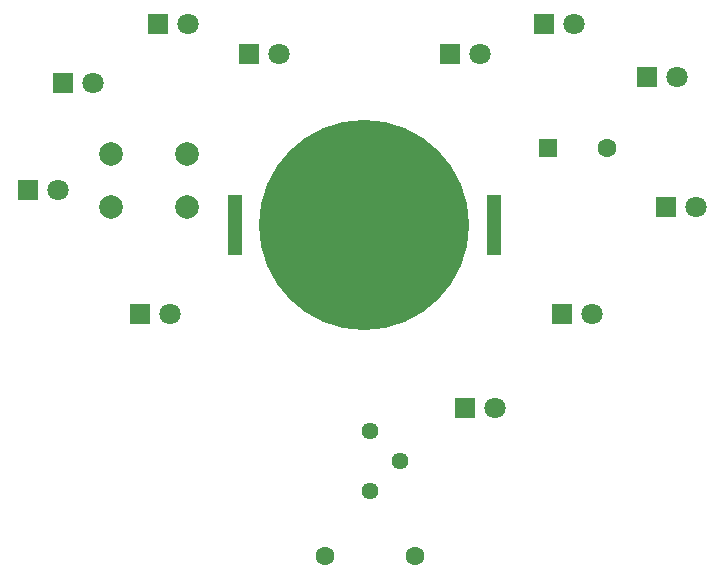
<source format=gbr>
%TF.GenerationSoftware,KiCad,Pcbnew,9.0.6*%
%TF.CreationDate,2025-11-30T08:55:57-05:00*%
%TF.ProjectId,project-solder,70726f6a-6563-4742-9d73-6f6c6465722e,rev?*%
%TF.SameCoordinates,Original*%
%TF.FileFunction,Soldermask,Top*%
%TF.FilePolarity,Negative*%
%FSLAX46Y46*%
G04 Gerber Fmt 4.6, Leading zero omitted, Abs format (unit mm)*
G04 Created by KiCad (PCBNEW 9.0.6) date 2025-11-30 08:55:57*
%MOMM*%
%LPD*%
G01*
G04 APERTURE LIST*
G04 Aperture macros list*
%AMRoundRect*
0 Rectangle with rounded corners*
0 $1 Rounding radius*
0 $2 $3 $4 $5 $6 $7 $8 $9 X,Y pos of 4 corners*
0 Add a 4 corners polygon primitive as box body*
4,1,4,$2,$3,$4,$5,$6,$7,$8,$9,$2,$3,0*
0 Add four circle primitives for the rounded corners*
1,1,$1+$1,$2,$3*
1,1,$1+$1,$4,$5*
1,1,$1+$1,$6,$7*
1,1,$1+$1,$8,$9*
0 Add four rect primitives between the rounded corners*
20,1,$1+$1,$2,$3,$4,$5,0*
20,1,$1+$1,$4,$5,$6,$7,0*
20,1,$1+$1,$6,$7,$8,$9,0*
20,1,$1+$1,$8,$9,$2,$3,0*%
G04 Aperture macros list end*
%ADD10R,1.800000X1.800000*%
%ADD11C,1.800000*%
%ADD12C,1.440000*%
%ADD13C,1.600000*%
%ADD14RoundRect,0.250000X-0.550000X-0.550000X0.550000X-0.550000X0.550000X0.550000X-0.550000X0.550000X0*%
%ADD15R,1.270000X5.080000*%
%ADD16C,17.800000*%
%ADD17C,2.000000*%
G04 APERTURE END LIST*
D10*
%TO.C,D11*%
X124000000Y-110500000D03*
D11*
X126540000Y-110500000D03*
%TD*%
D12*
%TO.C,RV2*%
X116000000Y-117500000D03*
X118540000Y-114960000D03*
X116000000Y-112420000D03*
%TD*%
D10*
%TO.C,D6*%
X90000000Y-83000000D03*
D11*
X92540000Y-83000000D03*
%TD*%
D13*
%TO.C,R1*%
X112190000Y-123000000D03*
X119810000Y-123000000D03*
%TD*%
D10*
%TO.C,D10*%
X96500000Y-102500000D03*
D11*
X99040000Y-102500000D03*
%TD*%
D10*
%TO.C,D8*%
X87000000Y-92000000D03*
D11*
X89540000Y-92000000D03*
%TD*%
D10*
%TO.C,D5*%
X98000000Y-78000000D03*
D11*
X100540000Y-78000000D03*
%TD*%
D10*
%TO.C,D3*%
X139460000Y-82500000D03*
D11*
X142000000Y-82500000D03*
%TD*%
D14*
%TO.C,C1*%
X131000000Y-88500000D03*
D13*
X136000000Y-88500000D03*
%TD*%
D10*
%TO.C,D4*%
X105725000Y-80500000D03*
D11*
X108265000Y-80500000D03*
%TD*%
D10*
%TO.C,D9*%
X132225000Y-102500000D03*
D11*
X134765000Y-102500000D03*
%TD*%
D10*
%TO.C,D2*%
X130725000Y-78000000D03*
D11*
X133265000Y-78000000D03*
%TD*%
D15*
%TO.C,BT1*%
X104515000Y-95000000D03*
X126485000Y-95000000D03*
D16*
X115500000Y-95000000D03*
%TD*%
D17*
%TO.C,SW1*%
X94000000Y-89000000D03*
X100500000Y-89000000D03*
X94000000Y-93500000D03*
X100500000Y-93500000D03*
%TD*%
D10*
%TO.C,D7*%
X141000000Y-93500000D03*
D11*
X143540000Y-93500000D03*
%TD*%
D10*
%TO.C,D1*%
X122725000Y-80500000D03*
D11*
X125265000Y-80500000D03*
%TD*%
M02*

</source>
